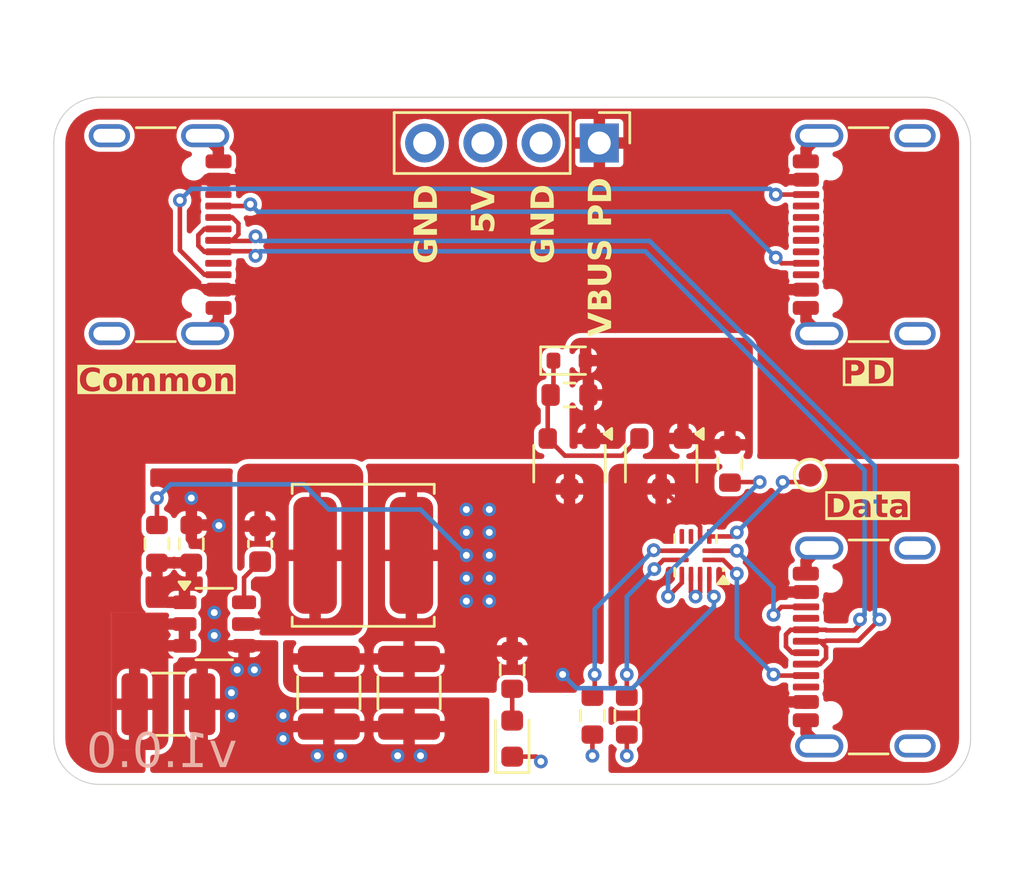
<source format=kicad_pcb>
(kicad_pcb (version 20240108) (generator "pcbnew") (generator_version "8.0")
  (layers (0 "F.Cu" signal) (1 "In1.Cu" signal) (2 "In2.Cu" signal) (31 "B.Cu" signal) (34 "B.Paste" user) (35 "F.Paste" user) (36 "B.SilkS" user "B.Silkscreen") (37 "F.SilkS" user "F.Silkscreen") (38 "B.Mask" user) (39 "F.Mask" user) (44 "Edge.Cuts" user))
  (net 0 "")
  (net 1 "GND")
  (net 2 "+5V")
  (net 3 "Net-(U1-SW)")
  (net 4 "Net-(U1-CB)")
  (net 5 "/VBUS_PD")
  (net 6 "Net-(D1-A)")
  (net 7 "Net-(D2-A)")
  (net 8 "Net-(D2-K)")
  (net 9 "/D-")
  (net 11 "/D+")
  (net 12 "Net-(J1-CC1)")
  (net 13 "Net-(J1-CC2)")
  (net 22 "/Load Switch/Out")
  (net 24 "Net-(J3-CC2)")
  (net 25 "Net-(J3-CC1)")
  (net 26 "Net-(U1-FB)")
  (net 27 "/ID")
  (net 28 "Net-(U2-SCL{slash}OUT2)")
  (net 29 "Net-(U2-SDA{slash}OUT1)")
  (net 30 "Net-(U2-PORT{slash}~{DEBUG})")
  (footprint "Capacitor_SMD:C_0603_1608Metric" (layer "F.Cu") (at 39 39.5 90)
    (property "Reference" "C2" (hide yes))
    (property "Value" "0.1uF")
    (fp_line (start -0.14058 -0.51) (end 0.14058 -0.51) (stroke (width 0.12)) (layer "F.SilkS"))
    (fp_line (start -0.14058 0.51) (end 0.14058 0.51) (stroke (width 0.12)) (layer "F.SilkS"))
    (pad "1" smd roundrect (at -0.775 0 90) (size 0.9 0.95) (layers "F.Cu" "F.Paste" "F.Mask") (net 4 "Net-(U1-CB)"))
    (pad "2" smd roundrect (at 0.775 0 90) (size 0.9 0.95) (layers "F.Cu" "F.Paste" "F.Mask") (net 3 "Net-(U1-SW)"))
  )
  (footprint "Capacitor_SMD:C_1210_3225Metric" (layer "F.Cu") (at 35 46.5)
    (property "Reference" "C3" (hide yes))
    (property "Value" "10uF 100V")
    (fp_line (start -0.711252 -1.36) (end 0.711252 -1.36) (stroke (width 0.12)) (layer "F.SilkS"))
    (fp_line (start -0.711252 1.36) (end 0.711252 1.36) (stroke (width 0.12)) (layer "F.SilkS"))
    (pad "1" smd roundrect (at -1.475 0) (size 1.15 2.7) (layers "F.Cu" "F.Paste" "F.Mask") (roundrect_rratio 0.217391) (net 5 "/VBUS_PD"))
    (pad "2" smd roundrect (at 1.475 0) (size 1.15 2.7) (layers "F.Cu" "F.Paste" "F.Mask") (roundrect_rratio 0.217391) (net 1 "GND"))
  )
  (footprint "Resistor_SMD:R_0603_1608Metric" (layer "F.Cu") (at 59.5 36 -90)
    (property "Reference" "R4" (hide yes))
    (property "Value" "10k")
    (fp_line (start -0.237258 0.5225) (end 0.237258 0.5225) (stroke (width 0.12)) (layer "F.SilkS"))
    (fp_line (start -0.237258 -0.5225) (end 0.237258 -0.5225) (stroke (width 0.12)) (layer "F.SilkS"))
    (pad "1" smd roundrect (at -0.825 0 270) (size 0.8 0.95) (layers "F.Cu" "F.Paste" "F.Mask") (net 7 "Net-(D2-A)"))
    (pad "2" smd roundrect (at 0.825 0 270) (size 0.8 0.95) (layers "F.Cu" "F.Paste" "F.Mask") (net 27 "/ID"))
  )
  (footprint "SOT:SOT-23F" (layer "F.Cu") (at 52.5 36 -90)
    (property "Reference" "Q1" (hide yes))
    (property "Value" "Q_Toshiba_SSM3J328R")
    (fp_line (start 0 1.56) (end -0.8 1.56) (stroke (width 0.12)) (layer "F.SilkS"))
    (fp_line (start 0 1.56) (end 0.8 1.56) (stroke (width 0.12)) (layer "F.SilkS"))
    (fp_line (start 0 -1.56) (end -0.8 -1.56) (stroke (width 0.12)) (layer "F.SilkS"))
    (fp_line (start 0 -1.56) (end 0.8 -1.56) (stroke (width 0.12)) (layer "F.SilkS"))
    (fp_poly (pts (xy -1.3 -1.51) (xy -1.54 -1.84) (xy -1.06 -1.84) (xy -1.3 -1.51)) (stroke (width 0.12)) (fill solid) (layer "F.SilkS"))
    (pad "1" smd roundrect (at -1.1 -0.95 270) (size 0.9 0.8) (layers "F.Cu" "F.Paste" "F.Mask") (net 7 "Net-(D2-A)"))
    (pad "2" smd roundrect (at -1.1 0.95 270) (size 0.9 0.8) (layers "F.Cu" "F.Paste" "F.Mask") (net 8 "Net-(D2-K)"))
    (pad "3" smd roundrect (at 1.1 0 270) (size 0.9 0.8) (layers "F.Cu" "F.Paste" "F.Mask") (net 2 "+5V"))
  )
  (footprint "Connector_USB-C:Amphenol_12402012E212A" (layer "F.Cu") (at 33.5 26 -90)
    (property "Reference" "J1" (hide yes))
    (property "Value" "Amphenol_12402012E212A")
    (fp_line (start -4.67 -0.1) (end -4.67 -1.8) (stroke (width 0.12)) (layer "F.SilkS"))
    (fp_line (start 4.67 -0.1) (end 4.67 -1.8) (stroke (width 0.12)) (layer "F.SilkS"))
    (pad "" np_thru_hole circle (at -2.89 -2.605 270) (size 0.65 0.65) (drill 0.65) (layers "F&B.Cu" "*.Mask"))
    (pad "" np_thru_hole circle (at 2.89 -2.605 270) (size 0.65 0.65) (drill 0.65) (layers "F&B.Cu" "*.Mask"))
    (pad "A1" smd roundrect (at -3.2 -3.69 270) (size 0.6 1.13) (layers "F.Cu" "F.Paste" "F.Mask") (net 1 "GND"))
    (pad "A4" smd roundrect (at -2.4 -3.69 270) (size 0.6 1.13) (layers "F.Cu" "F.Paste" "F.Mask") (net 5 "/VBUS_PD"))
    (pad "A5" smd roundrect (at -1.25 -3.68 270) (size 0.3 1.15) (layers "F.Cu" "F.Paste" "F.Mask") (net 12 "Net-(J1-CC1)"))
    (pad "A6" smd roundrect (at -0.25 -3.68 270) (size 0.3 1.15) (layers "F.Cu" "F.Paste" "F.Mask") (net 11 "/D+"))
    (pad "A7" smd roundrect (at 0.25 -3.68 270) (size 0.3 1.15) (layers "F.Cu" "F.Paste" "F.Mask") (net 9 "/D-"))
    (pad "A8" smd roundrect (at 1.25 -3.68 270) (size 0.3 1.15) (layers "F.Cu" "F.Paste" "F.Mask"))
    (pad "A9" smd roundrect (at 2.4 -3.69 270) (size 0.6 1.13) (layers "F.Cu" "F.Paste" "F.Mask") (net 5 "/VBUS_PD"))
    (pad "A12" smd roundrect (at 3.2 -3.69 270) (size 0.6 1.13) (layers "F.Cu" "F.Paste" "F.Mask") (net 1 "GND"))
    (pad "B1" smd roundrect (at 3.2 -3.69 270) (size 0.6 1.13) (layers "F.Cu" "F.Paste" "F.Mask") (net 1 "GND"))
    (pad "B4" smd roundrect (at 2.4 -3.69 270) (size 0.6 1.13) (layers "F.Cu" "F.Paste" "F.Mask") (net 5 "/VBUS_PD"))
    (pad "B5" smd roundrect (at 1.75 -3.68 270) (size 0.3 1.15) (layers "F.Cu" "F.Paste" "F.Mask") (net 13 "Net-(J1-CC2)"))
    (pad "B6" smd roundrect (at 0.75 -3.68 270) (size 0.3 1.15) (layers "F.Cu" "F.Paste" "F.Mask") (net 11 "/D+"))
    (pad "B7" smd roundrect (at -0.75 -3.68 270) (size 0.3 1.15) (layers "F.Cu" "F.Paste" "F.Mask") (net 9 "/D-"))
    (pad "B8" smd roundrect (at -1.75 -3.68 270) (size 0.3 1.15) (layers "F.Cu" "F.Paste" "F.Mask"))
    (pad "B9" smd roundrect (at -2.4 -3.69 270) (size 0.6 1.13) (layers "F.Cu" "F.Paste" "F.Mask") (net 5 "/VBUS_PD"))
    (pad "B12" smd roundrect (at -3.2 -3.69 270) (size 0.6 1.13) (layers "F.Cu" "F.Paste" "F.Mask") (net 1 "GND"))
    (pad "S1" thru_hole oval (at -4.32 -3.105 270) (size 1 2.1) (drill oval 0.6 1.7) (property pad_prop_heatsink) (layers "*.Cu" "*.Mask" "F.Paste") (net 1 "GND"))
    (pad "S1" thru_hole oval (at -4.32 1.075 270) (size 1 1.8) (drill oval 0.6 1.4) (property pad_prop_heatsink) (layers "*.Cu" "*.Mask" "F.Paste") (net 1 "GND"))
    (pad "S1" thru_hole oval (at 4.32 -3.105 270) (size 1 2.1) (drill oval 0.6 1.7) (property pad_prop_heatsink) (layers "*.Cu" "*.Mask" "F.Paste") (net 1 "GND"))
    (pad "S1" thru_hole oval (at 4.32 1.075 270) (size 1 1.8) (drill oval 0.6 1.4) (property pad_prop_heatsink) (layers "*.Cu" "*.Mask" "F.Paste") (net 1 "GND"))
  )
  (footprint "LED_SMD:LED_0603_1608Metric" (layer "F.Cu") (at 50 48 90)
    (property "Reference" "D1" (hide yes))
    (property "Value" "LED_Small")
    (fp_line (start 0.8 -0.735) (end -1.485 -0.735) (stroke (width 0.12)) (layer "F.SilkS"))
    (fp_line (start -1.485 -0.735) (end -1.485 0.735) (stroke (width 0.12)) (layer "F.SilkS"))
    (fp_line (start -1.485 0.735) (end 0.8 0.735) (stroke (width 0.12)) (layer "F.SilkS"))
    (pad "1" smd roundrect (at -0.7875 0 90) (size 0.875 0.95) (layers "F.Cu" "F.Paste" "F.Mask") (net 1 "GND"))
    (pad "2" smd roundrect (at 0.7875 0 90) (size 0.875 0.95) (layers "F.Cu" "F.Paste" "F.Mask") (net 6 "Net-(D1-A)"))
  )
  (footprint "Resistor_SMD:R_0603_1608Metric" (layer "F.Cu") (at 50 45 -90)
    (property "Reference" "R7" (hide yes))
    (property "Value" "1k")
    (fp_line (start -0.237258 0.5225) (end 0.237258 0.5225) (stroke (width 0.12)) (layer "F.SilkS"))
    (fp_line (start -0.237258 -0.5225) (end 0.237258 -0.5225) (stroke (width 0.12)) (layer "F.SilkS"))
    (pad "1" smd roundrect (at -0.825 0 270) (size 0.8 0.95) (layers "F.Cu" "F.Paste" "F.Mask") (net 2 "+5V"))
    (pad "2" smd roundrect (at 0.825 0 270) (size 0.8 0.95) (layers "F.Cu" "F.Paste" "F.Mask") (net 6 "Net-(D1-A)"))
  )
  (footprint "SOT:SOT-23F" (layer "F.Cu") (at 56.5 36 -90)
    (property "Reference" "Q2" (hide yes))
    (property "Value" "Q_Toshiba_SSM3J328R")
    (fp_line (start 0 1.56) (end -0.8 1.56) (stroke (width 0.12)) (layer "F.SilkS"))
    (fp_line (start 0 1.56) (end 0.8 1.56) (stroke (width 0.12)) (layer "F.SilkS"))
    (fp_line (start 0 -1.56) (end -0.8 -1.56) (stroke (width 0.12)) (layer "F.SilkS"))
    (fp_line (start 0 -1.56) (end 0.8 -1.56) (stroke (width 0.12)) (layer "F.SilkS"))
    (fp_poly (pts (xy -1.3 -1.51) (xy -1.54 -1.84) (xy -1.06 -1.84) (xy -1.3 -1.51)) (stroke (width 0.12)) (fill solid) (layer "F.SilkS"))
    (pad "1" smd roundrect (at -1.1 -0.95 270) (size 0.9 0.8) (layers "F.Cu" "F.Paste" "F.Mask") (net 7 "Net-(D2-A)"))
    (pad "2" smd roundrect (at -1.1 0.95 270) (size 0.9 0.8) (layers "F.Cu" "F.Paste" "F.Mask") (net 8 "Net-(D2-K)"))
    (pad "3" smd roundrect (at 1.1 0 270) (size 0.9 0.8) (layers "F.Cu" "F.Paste" "F.Mask") (net 22 "/Load Switch/Out"))
  )
  (footprint "Resistor_SMD:R_0603_1608Metric" (layer "F.Cu") (at 53.5 47 -90)
    (property "Reference" "R6" (hide yes))
    (property "Value" "10k")
    (fp_line (start -0.237258 0.5225) (end 0.237258 0.5225) (stroke (width 0.12)) (layer "F.SilkS"))
    (fp_line (start -0.237258 -0.5225) (end 0.237258 -0.5225) (stroke (width 0.12)) (layer "F.SilkS"))
    (pad "1" smd roundrect (at -0.825 0 270) (size 0.8 0.95) (layers "F.Cu" "F.Paste" "F.Mask") (net 29 "Net-(U2-SDA{slash}OUT1)"))
    (pad "2" smd roundrect (at 0.825 0 270) (size 0.8 0.95) (layers "F.Cu" "F.Paste" "F.Mask") (net 1 "GND"))
  )
  (footprint "Connector_USB-C:Amphenol_12402012E212A" (layer "F.Cu") (at 66.5 26 90)
    (property "Reference" "J2" (hide yes))
    (property "Value" "Amphenol_12402012E212A")
    (fp_line (start 4.67 -0.1) (end 4.67 -1.8) (stroke (width 0.12)) (layer "F.SilkS"))
    (fp_line (start -4.67 -0.1) (end -4.67 -1.8) (stroke (width 0.12)) (layer "F.SilkS"))
    (pad "" np_thru_hole circle (at -2.89 -2.605 90) (size 0.65 0.65) (drill 0.65) (layers "F&B.Cu" "*.Mask"))
    (pad "" np_thru_hole circle (at 2.89 -2.605 90) (size 0.65 0.65) (drill 0.65) (layers "F&B.Cu" "*.Mask"))
    (pad "A1" smd roundrect (at -3.2 -3.69 90) (size 0.6 1.13) (layers "F.Cu" "F.Paste" "F.Mask") (net 1 "GND"))
    (pad "A4" smd roundrect (at -2.4 -3.69 90) (size 0.6 1.13) (layers "F.Cu" "F.Paste" "F.Mask") (net 5 "/VBUS_PD"))
    (pad "A5" smd roundrect (at -1.25 -3.68 90) (size 0.3 1.15) (layers "F.Cu" "F.Paste" "F.Mask") (net 12 "Net-(J1-CC1)"))
    (pad "A6" smd roundrect (at -0.25 -3.68 90) (size 0.3 1.15) (layers "F.Cu" "F.Paste" "F.Mask"))
    (pad "A7" smd roundrect (at 0.25 -3.68 90) (size 0.3 1.15) (layers "F.Cu" "F.Paste" "F.Mask"))
    (pad "A8" smd roundrect (at 1.25 -3.68 90) (size 0.3 1.15) (layers "F.Cu" "F.Paste" "F.Mask"))
    (pad "A9" smd roundrect (at 2.4 -3.69 90) (size 0.6 1.13) (layers "F.Cu" "F.Paste" "F.Mask") (net 5 "/VBUS_PD"))
    (pad "A12" smd roundrect (at 3.2 -3.69 90) (size 0.6 1.13) (layers "F.Cu" "F.Paste" "F.Mask") (net 1 "GND"))
    (pad "B1" smd roundrect (at 3.2 -3.69 90) (size 0.6 1.13) (layers "F.Cu" "F.Paste" "F.Mask") (net 1 "GND"))
    (pad "B4" smd roundrect (at 2.4 -3.69 90) (size 0.6 1.13) (layers "F.Cu" "F.Paste" "F.Mask") (net 5 "/VBUS_PD"))
    (pad "B5" smd roundrect (at 1.75 -3.68 90) (size 0.3 1.15) (layers "F.Cu" "F.Paste" "F.Mask") (net 13 "Net-(J1-CC2)"))
    (pad "B6" smd roundrect (at 0.75 -3.68 90) (size 0.3 1.15) (layers "F.Cu" "F.Paste" "F.Mask"))
    (pad "B7" smd roundrect (at -0.75 -3.68 90) (size 0.3 1.15) (layers "F.Cu" "F.Paste" "F.Mask"))
    (pad "B8" smd roundrect (at -1.75 -3.68 90) (size 0.3 1.15) (layers "F.Cu" "F.Paste" "F.Mask"))
    (pad "B9" smd roundrect (at -2.4 -3.69 90) (size 0.6 1.13) (layers "F.Cu" "F.Paste" "F.Mask") (net 5 "/VBUS_PD"))
    (pad "B12" smd roundrect (at -3.2 -3.69 90) (size 0.6 1.13) (layers "F.Cu" "F.Paste" "F.Mask") (net 1 "GND"))
    (pad "S1" thru_hole oval (at -4.32 -3.105 90) (size 1 2.1) (drill oval 0.6 1.7) (property pad_prop_heatsink) (layers "*.Cu" "*.Mask" "F.Paste") (net 1 "GND"))
    (pad "S1" thru_hole oval (at -4.32 1.075 90) (size 1 1.8) (drill oval 0.6 1.4) (property pad_prop_heatsink) (layers "*.Cu" "*.Mask" "F.Paste") (net 1 "GND"))
    (pad "S1" thru_hole oval (at 4.32 -3.105 90) (size 1 2.1) (drill oval 0.6 1.7) (property pad_prop_heatsink) (layers "*.Cu" "*.Mask" "F.Paste") (net 1 "GND"))
    (pad "S1" thru_hole oval (at 4.32 1.075 90) (size 1 1.8) (drill oval 0.6 1.4) (property pad_prop_heatsink) (layers "*.Cu" "*.Mask" "F.Paste") (net 1 "GND"))
  )
  (footprint "Capacitor_SMD:C_1210_3225Metric" (layer "F.Cu") (at 42 46 -90)
    (property "Reference" "C1" (hide yes))
    (property "Value" "22uF 16V")
    (fp_line (start -0.711252 1.36) (end 0.711252 1.36) (stroke (width 0.12)) (layer "F.SilkS"))
    (fp_line (start -0.711252 -1.36) (end 0.711252 -1.36) (stroke (width 0.12)) (layer "F.SilkS"))
    (pad "1" smd roundrect (at -1.475 0 270) (size 1.15 2.7) (layers "F.Cu" "F.Paste" "F.Mask") (roundrect_rratio 0.217391) (net 2 "+5V"))
    (pad "2" smd roundrect (at 1.475 0 270) (size 1.15 2.7) (layers "F.Cu" "F.Paste" "F.Mask") (roundrect_rratio 0.217391) (net 1 "GND"))
  )
  (footprint "Resistor_SMD:R_0603_1608Metric" (layer "F.Cu") (at 34.5 39.5 -90)
    (property "Reference" "R1" (hide yes))
    (property "Value" "52.3k")
    (fp_line (start -0.237258 0.5225) (end 0.237258 0.5225) (stroke (width 0.12)) (layer "F.SilkS"))
    (fp_line (start -0.237258 -0.5225) (end 0.237258 -0.5225) (stroke (width 0.12)) (layer "F.SilkS"))
    (pad "1" smd roundrect (at -0.825 0 270) (size 0.8 0.95) (layers "F.Cu" "F.Paste" "F.Mask") (net 2 "+5V"))
    (pad "2" smd roundrect (at 0.825 0 270) (size 0.8 0.95) (layers "F.Cu" "F.Paste" "F.Mask") (net 26 "Net-(U1-FB)"))
  )
  (footprint "SOT:D_SOD-523" (layer "F.Cu") (at 52.5 31.5)
    (property "Reference" "D2" (hide yes))
    (property "Value" "5.1V")
    (fp_line (start -1.26 -0.6) (end -1.26 0.6) (stroke (width 0.12)) (layer "F.SilkS"))
    (fp_line (start 0.7 -0.6) (end -1.26 -0.6) (stroke (width 0.12)) (layer "F.SilkS"))
    (fp_line (start 0.7 0.6) (end -1.26 0.6) (stroke (width 0.12)) (layer "F.SilkS"))
    (pad "1" smd roundrect (at -0.7 0 180) (size 0.6 0.7) (layers "F.Cu" "F.Paste" "F.Mask") (net 8 "Net-(D2-K)"))
    (pad "2" smd roundrect (at 0.7 0 180) (size 0.6 0.7) (layers "F.Cu" "F.Paste" "F.Mask") (net 7 "Net-(D2-A)"))
  )
  (footprint "Resistor_SMD:R_0603_1608Metric" (layer "F.Cu") (at 36 39.5 90)
    (property "Reference" "R2" (hide yes))
    (property "Value" "10k")
    (fp_line (start -0.237258 -0.5225) (end 0.237258 -0.5225) (stroke (width 0.12)) (layer "F.SilkS"))
    (fp_line (start -0.237258 0.5225) (end 0.237258 0.5225) (stroke (width 0.12)) (layer "F.SilkS"))
    (pad "1" smd roundrect (at -0.825 0 90) (size 0.8 0.95) (layers "F.Cu" "F.Paste" "F.Mask") (net 26 "Net-(U1-FB)"))
    (pad "2" smd roundrect (at 0.825 0 90) (size 0.8 0.95) (layers "F.Cu" "F.Paste" "F.Mask") (net 1 "GND"))
  )
  (footprint "QFN:Texas_X2QFN-12_1.6x1.6mm_P0.4mm" (layer "F.Cu") (at 58 40 180)
    (property "Reference" "U2" (hide yes))
    (property "Value" "FUSB303BTMX")
    (fp_line (start 0.91 0.91) (end 0.91 0.56) (stroke (width 0.12)) (layer "F.SilkS"))
    (fp_line (start 0.91 -0.91) (end 0.91 -0.56) (stroke (width 0.12)) (layer "F.SilkS"))
    (fp_line (start -0.91 0.91) (end -0.91 0.56) (stroke (width 0.12)) (layer "F.SilkS"))
    (fp_line (start -1.21 -0.56) (end -1.21 -0.67) (stroke (width 0.12)) (layer "F.SilkS"))
    (fp_poly (pts (xy -1.21 -0.91) (xy -1.45 -1.24) (xy -0.97 -1.24) (xy -1.21 -0.91)) (stroke (width 0.12)) (fill solid) (layer "F.SilkS"))
    (pad "1" smd roundrect (at -0.725 -0.2 180) (size 0.85 0.2) (layers "F.Cu" "F.Paste" "F.Mask") (net 25 "Net-(J3-CC1)"))
    (pad "2" smd roundrect (at -0.725 0.2 180) (size 0.85 0.2) (layers "F.Cu" "F.Paste" "F.Mask") (net 24 "Net-(J3-CC2)"))
    (pad "3" smd roundrect (at -0.6 0.825 180) (size 0.2 0.65) (layers "F.Cu" "F.Paste" "F.Mask") (net 30 "Net-(U2-PORT{slash}~{DEBUG})"))
    (pad "4" smd roundrect (at -0.2 0.825 180) (size 0.2 0.65) (layers "F.Cu" "F.Paste" "F.Mask") (net 22 "/Load Switch/Out"))
    (pad "5" smd roundrect (at 0.2 0.825 180) (size 0.2 0.65) (layers "F.Cu" "F.Paste" "F.Mask"))
    (pad "6" smd roundrect (at 0.6 0.825 180) (size 0.2 0.65) (layers "F.Cu" "F.Paste" "F.Mask"))
    (pad "7" smd roundrect (at 0.725 0.2 180) (size 0.85 0.2) (layers "F.Cu" "F.Paste" "F.Mask") (net 29 "Net-(U2-SDA{slash}OUT1)"))
    (pad "8" smd roundrect (at 0.725 -0.2 180) (size 0.85 0.2) (layers "F.Cu" "F.Paste" "F.Mask") (net 28 "Net-(U2-SCL{slash}OUT2)"))
    (pad "9" smd roundrect (at 0.6 -0.825 180) (size 0.2 0.65) (layers "F.Cu" "F.Paste" "F.Mask") (net 27 "/ID"))
    (pad "10" smd roundrect (at 0.2 -0.825 180) (size 0.2 0.65) (layers "F.Cu" "F.Paste" "F.Mask") (net 1 "GND"))
    (pad "11" smd roundrect (at -0.2 -0.825 180) (size 0.2 0.65) (layers "F.Cu" "F.Paste" "F.Mask") (net 1 "GND"))
    (pad "12" smd roundrect (at -0.6 -0.825 180) (size 0.2 0.65) (layers "F.Cu" "F.Paste" "F.Mask") (net 2 "+5V"))
  )
  (footprint "TestPoint:TestPoint_Pad_D1.0mm" (layer "F.Cu") (at 63 36.5)
    (property "Reference" "TP1" (hide yes))
    (property "Value" "TestPoint")
    (fp_circle (center 0 0) (end 0 0.7) (stroke (width 0.12)) (fill none) (layer "F.SilkS"))
    (pad "1" smd circle (at 0 0) (size 1 1) (layers "F.Cu" "F.Mask") (net 30 "Net-(U2-PORT{slash}~{DEBUG})"))
  )
  (footprint "Resistor_SMD:R_0603_1608Metric" (layer "F.Cu") (at 55 47 -90)
    (property "Reference" "R5" (hide yes))
    (property "Value" "10k")
    (fp_line (start -0.237258 0.5225) (end 0.237258 0.5225) (stroke (width 0.12)) (layer "F.SilkS"))
    (fp_line (start -0.237258 -0.5225) (end 0.237258 -0.5225) (stroke (width 0.12)) (layer "F.SilkS"))
    (pad "1" smd roundrect (at -0.825 0 270) (size 0.8 0.95) (layers "F.Cu" "F.Paste" "F.Mask") (net 28 "Net-(U2-SCL{slash}OUT2)"))
    (pad "2" smd roundrect (at 0.825 0 270) (size 0.8 0.95) (layers "F.Cu" "F.Paste" "F.Mask") (net 1 "GND"))
  )
  (footprint "Capacitor_SMD:C_1210_3225Metric" (layer "F.Cu") (at 45.5 46 -90)
    (property "Reference" "C4" (hide yes))
    (property "Value" "22uF 16V")
    (fp_line (start -0.711252 1.36) (end 0.711252 1.36) (stroke (width 0.12)) (layer "F.SilkS"))
    (fp_line (start -0.711252 -1.36) (end 0.711252 -1.36) (stroke (width 0.12)) (layer "F.SilkS"))
    (pad "1" smd roundrect (at -1.475 0 270) (size 1.15 2.7) (layers "F.Cu" "F.Paste" "F.Mask") (roundrect_rratio 0.217391) (net 2 "+5V"))
    (pad "2" smd roundrect (at 1.475 0 270) (size 1.15 2.7) (layers "F.Cu" "F.Paste" "F.Mask") (roundrect_rratio 0.217391) (net 1 "GND"))
  )
  (footprint "Resistor_SMD:R_0603_1608Metric" (layer "F.Cu") (at 52.5 33)
    (property "Reference" "R3" (hide yes))
    (property "Value" "100k")
    (fp_line (start -0.237258 -0.5225) (end 0.237258 -0.5225) (stroke (width 0.12)) (layer "F.SilkS"))
    (fp_line (start -0.237258 0.5225) (end 0.237258 0.5225) (stroke (width 0.12)) (layer "F.SilkS"))
    (pad "1" smd roundrect (at -0.825 0) (size 0.8 0.95) (layers "F.Cu" "F.Paste" "F.Mask") (net 8 "Net-(D2-K)"))
    (pad "2" smd roundrect (at 0.825 0) (size 0.8 0.95) (layers "F.Cu" "F.Paste" "F.Mask") (net 7 "Net-(D2-A)"))
  )
  (footprint "Connector_USB-C:Amphenol_12402012E212A" (layer "F.Cu") (at 66.5 44 90)
    (property "Reference" "J3" (hide yes))
    (property "Value" "Amphenol_12402012E212A")
    (fp_line (start 4.67 -0.1) (end 4.67 -1.8) (stroke (width 0.12)) (layer "F.SilkS"))
    (fp_line (start -4.67 -0.1) (end -4.67 -1.8) (stroke (width 0.12)) (layer "F.SilkS"))
    (pad "" np_thru_hole circle (at -2.89 -2.605 90) (size 0.65 0.65) (drill 0.65) (layers "F&B.Cu" "*.Mask"))
    (pad "" np_thru_hole circle (at 2.89 -2.605 90) (size 0.65 0.65) (drill 0.65) (layers "F&B.Cu" "*.Mask"))
    (pad "A1" smd roundrect (at -3.2 -3.69 90) (size 0.6 1.13) (layers "F.Cu" "F.Paste" "F.Mask") (net 1 "GND"))
    (pad "A4" smd roundrect (at -2.4 -3.69 90) (size 0.6 1.13) (layers "F.Cu" "F.Paste" "F.Mask") (net 22 "/Load Switch/Out"))
    (pad "A5" smd roundrect (at -1.25 -3.68 90) (size 0.3 1.15) (layers "F.Cu" "F.Paste" "F.Mask") (net 25 "Net-(J3-CC1)"))
    (pad "A6" smd roundrect (at -0.25 -3.68 90) (size 0.3 1.15) (layers "F.Cu" "F.Paste" "F.Mask") (net 11 "/D+"))
    (pad "A7" smd roundrect (at 0.25 -3.68 90) (size 0.3 1.15) (layers "F.Cu" "F.Paste" "F.Mask") (net 9 "/D-"))
    (pad "A8" smd roundrect (at 1.25 -3.68 90) (size 0.3 1.15) (layers "F.Cu" "F.Paste" "F.Mask"))
    (pad "A9" smd roundrect (at 2.4 -3.69 90) (size 0.6 1.13) (layers "F.Cu" "F.Paste" "F.Mask") (net 22 "/Load Switch/Out"))
    (pad "A12" smd roundrect (at 3.2 -3.69 90) (size 0.6 1.13) (layers "F.Cu" "F.Paste" "F.Mask") (net 1 "GND"))
    (pad "B1" smd roundrect (at 3.2 -3.69 90) (size 0.6 1.13) (layers "F.Cu" "F.Paste" "F.Mask") (net 1 "GND"))
    (pad "B4" smd roundrect (at 2.4 -3.69 90) (size 0.6 1.13) (layers "F.Cu" "F.Paste" "F.Mask") (net 22 "/Load Switch/Out"))
    (pad "B5" smd roundrect (at 1.75 -3.68 90) (size 0.3 1.15) (layers "F.Cu" "F.Paste" "F.Mask") (net 24 "Net-(J3-CC2)"))
    (pad "B6" smd roundrect (at 0.75 -3.68 90) (size 0.3 1.15) (layers "F.Cu" "F.Paste" "F.Mask") (net 11 "/D+"))
    (pad "B7" smd roundrect (at -0.75 -3.68 90) (size 0.3 1.15) (layers "F.Cu" "F.Paste" "F.Mask") (net 9 "/D-"))
    (pad "B8" smd roundrect (at -1.75 -3.68 90) (size 0.3 1.15) (layers "F.Cu" "F.Paste" "F.Mask"))
    (pad "B9" smd roundrect (at -2.4 -3.69 90) (size 0.6 1.13) (layers "F.Cu" "F.Paste" "F.Mask") (net 22 "/Load Switch/Out"))
    (pad "B12" smd roundrect (at -3.2 -3.69 90) (size 0.6 1.13) (layers "F.Cu" "F.Paste" "F.Mask") (net 1 "GND"))
    (pad "S1" thru_hole oval (at -4.32 -3.105 90) (size 1 2.1) (drill oval 0.6 1.7) (property pad_prop_heatsink) (layers "*.Cu" "*.Mask" "F.Paste") (net 1 "GND"))
    (pad "S1" thru_hole oval (at -4.32 1.075 90) (size 1 1.8) (drill oval 0.6 1.4) (property pad_prop_heatsink) (layers "*.Cu" "*.Mask" "F.Paste") (net 1 "GND"))
    (pad "S1" thru_hole oval (at 4.32 -3.105 90) (size 1 2.1) (drill oval 0.6 1.7) (property pad_prop_heatsink) (layers "*.Cu" "*.Mask" "F.Paste") (net 1 "GND"))
    (pad "S1" thru_hole oval (at 4.32 1.075 90) (size 1 1.8) (drill oval 0.6 1.4) (property pad_prop_heatsink) (layers "*.Cu" "*.Mask" "F.Paste") (net 1 "GND"))
  )
  (footprint "Connector_PinHeader_2.54mm:PinHeader_1x04_P2.54mm_Vertical" (layer "F.Cu") (at 53.8 22 -90)
    (property "Reference" "J4" (hide yes))
    (property "Value" "Conn_01x04_Pin")
    (fp_line (start -1.33 8.95) (end 1.33 8.95) (stroke (width 0.12)) (layer "F.SilkS"))
    (fp_line (start -1.33 1.27) (end -1.33 8.95) (stroke (width 0.12)) (layer "F.SilkS"))
    (fp_line (start -1.33 1.27) (end 1.33 1.27) (stroke (width 0.12)) (layer "F.SilkS"))
    (fp_line (start 1.33 1.27) (end 1.33 8.95) (stroke (width 0.12)) (layer "F.SilkS"))
    (fp_line (start -1.33 0) (end -1.33 -1.33) (stroke (width 0.12)) (layer "F.SilkS"))
    (fp_line (start -1.33 -1.33) (end 0 -1.33) (stroke (width 0.12)) (layer "F.SilkS"))
    (pad "1" thru_hole rect (at 0 0 270) (size 1.7 1.7) (drill 1) (layers "*.Cu" "*.Mask") (net 5 "/VBUS_PD"))
    (pad "2" thru_hole oval (at 0 2.54 270) (size 1.7 1.7) (drill 1) (layers "*.Cu" "*.Mask") (net 1 "GND"))
    (pad "3" thru_hole oval (at 0 5.08 270) (size 1.7 1.7) (drill 1) (layers "*.Cu" "*.Mask") (net 2 "+5V"))
    (pad "4" thru_hole oval (at 0 7.62 270) (size 1.7 1.7) (drill 1) (layers "*.Cu" "*.Mask") (net 1 "GND"))
  )
  (footprint "SOT:TSOT-23-6" (layer "F.Cu") (at 37 43)
    (property "Reference" "U1" (hide yes))
    (property "Value" "LMR516x5")
    (fp_line (start 0 -1.56) (end -0.8 -1.56) (stroke (width 0.12)) (layer "F.SilkS"))
    (fp_line (start 0 -1.56) (end 0.8 -1.56) (stroke (width 0.12)) (layer "F.SilkS"))
    (fp_line (start 0 1.56) (end -0.8 1.56) (stroke (width 0.12)) (layer "F.SilkS"))
    (fp_line (start 0 1.56) (end 0.8 1.56) (stroke (width 0.12)) (layer "F.SilkS"))
    (fp_poly (pts (xy -1.3 -1.51) (xy -1.54 -1.84) (xy -1.06 -1.84) (xy -1.3 -1.51)) (stroke (width 0.12)) (fill solid) (layer "F.SilkS"))
    (pad "1" smd roundrect (at -1.3 -0.95) (size 1.05 0.6) (layers "F.Cu" "F.Paste" "F.Mask") (net 26 "Net-(U1-FB)"))
    (pad "2" smd roundrect (at -1.3 0) (size 1.05 0.6) (layers "F.Cu" "F.Paste" "F.Mask") (net 5 "/VBUS_PD"))
    (pad "3" smd roundrect (at -1.3 0.95) (size 1.05 0.6) (layers "F.Cu" "F.Paste" "F.Mask") (net 5 "/VBUS_PD"))
    (pad "4" smd roundrect (at 1.3 0.95) (size 1.05 0.6) (layers "F.Cu" "F.Paste" "F.Mask") (net 1 "GND"))
    (pad "5" smd roundrect (at 1.3 0) (size 1.05 0.6) (layers "F.Cu" "F.Paste" "F.Mask") (net 3 "Net-(U1-SW)"))
    (pad "6" smd roundrect (at 1.3 -0.95) (size 1.05 0.6) (layers "F.Cu" "F.Paste" "F.Mask") (net 4 "Net-(U1-CB)"))
  )
  (footprint "Inductor:L_TDK_VLS6045EX_VLS6045AF" (layer "F.Cu") (at 43.5 40)
    (property "Reference" "L1" (hide yes))
    (property "Value" "6.8uH")
    (fp_line (start -3.1 -3.1) (end -3.1 -2.7) (stroke (width 0.12)) (layer "F.SilkS"))
    (fp_line (start -3.1 -3.1) (end 3.1 -3.1) (stroke (width 0.12)) (layer "F.SilkS"))
    (fp_line (start -3.1 3.1) (end -3.1 2.7) (stroke (width 0.12)) (layer "F.SilkS"))
    (fp_line (start -3.1 3.1) (end 3.1 3.1) (stroke (width 0.12)) (layer "F.SilkS"))
    (fp_line (start 3.1 -3.1) (end 3.1 -2.7) (stroke (width 0.12)) (layer "F.SilkS"))
    (fp_line (start 3.1 3.1) (end 3.1 2.7) (stroke (width 0.12)) (layer "F.SilkS"))
    (pad "1" smd roundrect (at -2.1 0) (size 1.9 5.1) (layers "F.Cu" "F.Paste" "F.Mask") (net 3 "Net-(U1-SW)"))
    (pad "2" smd roundrect (at 2.1 0) (size 1.9 5.1) (layers "F.Cu" "F.Paste" "F.Mask") (net 2 "+5V"))
  )
  (gr_arc (start 70 48) (mid 69.414214 49.414214) (end 68 50) (stroke (width 0.05)) (layer "Edge.Cuts"))
  (gr_line (start 70 48) (end 70 22) (stroke (width 0.05)) (layer "Edge.Cuts"))
  (gr_arc (start 68 20) (mid 69.414214 20.585786) (end 70 22) (stroke (width 0.05)) (layer "Edge.Cuts"))
  (gr_line (start 32 50) (end 68 50) (stroke (width 0.05)) (layer "Edge.Cuts"))
  (gr_arc (start 32 50) (mid 30.585786 49.414214) (end 30 48) (stroke (width 0.05)) (layer "Edge.Cuts"))
  (gr_line (start 68 20) (end 32 20) (stroke (width 0.05)) (layer "Edge.Cuts"))
  (gr_arc (start 30 22) (mid 30.585786 20.585786) (end 32 20) (stroke (width 0.05)) (layer "Edge.Cuts"))
  (gr_line (start 30 22) (end 30 48) (stroke (width 0.05)) (layer "Edge.Cuts"))
  (gr_text "v1.0.0" (at 38 49.5 0) (layer "B.SilkS") (effects (font (size 1.5 1.5) (thickness 0.1)) (justify left bottom mirror)))
  (gr_text "PD" (at 65.5 31.5 0) (layer "F.SilkS" knockout) (effects (font (size 1 1) (thickness 0.2) (bold yes)) (justify top)))
  (gr_text "GND" (at 51.4 23.8 90) (layer "F.SilkS") (effects (font (size 1 1) (thickness 0.2) (bold yes)) (justify right)))
  (gr_text "5V" (at 48.8 23.9 90) (layer "F.SilkS") (effects (font (size 1 1) (thickness 0.2) (bold yes)) (justify right)))
  (gr_text "Common" (at 34.5 33 0) (layer "F.SilkS" knockout) (effects (font (size 1 1) (thickness 0.2) (bold yes)) (justify bottom)))
  (gr_text "Data" (at 65.5 38.5 0) (layer "F.SilkS" knockout) (effects (font (size 1 1) (thickness 0.2) (bold yes)) (justify bottom)))
  (gr_text "VBUS PD" (at 53.9 23.5 90) (layer "F.SilkS") (effects (font (size 1 1) (thickness 0.2) (bold yes)) (justify right)))
  (gr_text "GND" (at 46.3 23.8 90) (layer "F.SilkS") (effects (font (size 1 1) (thickness 0.2) (bold yes)) (justify right)))
  (segment (start 58.2 41.6) (end 58.2 40.825) (width 0.2) (layer "F.Cu") (net 1))
  (segment (start 62.82 47.2) (end 62.82 47.745) (width 0.5) (layer "F.Cu") (net 1))
  (segment (start 37.18 29.2) (end 37.18 29.745) (width 0.5) (layer "F.Cu") (net 1))
  (segment (start 53.5 47.825) (end 53.5 48.75) (width 0.2) (layer "F.Cu") (net 1))
  (segment (start 62.82 22.255) (end 63.395 21.68) (width 0.5) (layer "F.Cu") (net 1))
  (segment (start 62.82 40.8) (end 62.82 40.255) (width 0.5) (layer "F.Cu") (net 1))
  (segment (start 62.82 29.2) (end 62.82 29.745) (width 0.5) (layer "F.Cu") (net 1))
  (segment (start 62.82 29.745) (end 63.395 30.32) (width 0.5) (layer "F.Cu") (net 1))
  (segment (start 62.82 40.255) (end 63.395 39.68) (width 0.5) (layer "F.Cu") (net 1))
  (segment (start 58 41.8) (end 57.8 41.6) (width 0.2) (layer "F.Cu") (net 1))
  (segment (start 37.18 22.255) (end 36.605 21.68) (width 0.5) (layer "F.Cu") (net 1))
  (segment (start 37.18 22.8) (end 37.18 22.255) (width 0.5) (layer "F.Cu") (net 1))
  (segment (start 62.82 22.8) (end 62.82 22.255) (width 0.5) (layer "F.Cu") (net 1))
  (segment (start 57.8 41.6) (end 57.8 40.825) (width 0.2) (layer "F.Cu") (net 1))
  (segment (start 50 48.7875) (end 51.0375 48.7875) (width 0.2) (layer "F.Cu") (net 1))
  (segment (start 58 41.8) (end 58.2 41.6) (width 0.2) (layer "F.Cu") (net 1))
  (segment (start 51.0375 48.7875) (end 51.25 49) (width 0.2) (layer "F.Cu") (net 1))
  (segment (start 62.82 47.745) (end 63.395 48.32) (width 0.5) (layer "F.Cu") (net 1))
  (segment (start 37.18 29.745) (end 36.605 30.32) (width 0.5) (layer "F.Cu") (net 1))
  (segment (start 55 47.825) (end 55 48.75) (width 0.2) (layer "F.Cu") (net 1))
  (via (at 40 47) (size 0.6) (drill 0.3) (layers "F.Cu" "B.Cu") (net 1))
  (via (at 58 41.8) (size 0.6) (drill 0.3) (layers "F.Cu" "B.Cu") (net 1))
  (via (at 37 42.5) (size 0.6) (drill 0.3) (layers "F.Cu" "B.Cu") (net 1))
  (via (at 45 48.75) (size 0.6) (drill 0.3) (layers "F.Cu" "B.Cu") (net 1))
  (via (at 37.2 38.7) (size 0.6) (drill 0.3) (layers "F.Cu" "B.Cu") (net 1))
  (via (at 51.25 49) (size 0.6) (drill 0.3) (layers "F.Cu" "B.Cu") (net 1))
  (via (at 37 43.5) (size 0.6) (drill 0.3) (layers "F.Cu" "B.Cu") (net 1))
  (via (at 55 48.75) (size 0.6) (drill 0.3) (layers "F.Cu" "B.Cu") (net 1))
  (via (at 36 37.5) (size 0.6) (drill 0.3) (layers "F.Cu" "B.Cu") (net 1))
  (via (at 42.5 48.75) (size 0.6) (drill 0.3) (layers "F.Cu" "B.Cu") (net 1))
  (via (at 37.75 47) (size 0.6) (drill 0.3) (layers "F.Cu" "B.Cu") (net 1))
  (via (at 38 45) (size 0.6) (drill 0.3) (layers "F.Cu" "B.Cu") (net 1))
  (via (at 40 48) (size 0.6) (drill 0.3) (layers "F.Cu" "B.Cu") (net 1))
  (via (at 53.5 48.75) (size 0.6) (drill 0.3) (layers "F.Cu" "B.Cu") (net 1))
  (via (at 37.75 46) (size 0.6) (drill 0.3) (layers "F.Cu" "B.Cu") (net 1))
  (via (at 41.5 48.75) (size 0.6) (drill 0.3) (layers "F.Cu" "B.Cu") (net 1))
  (via (at 38.75 45) (size 0.6) (drill 0.3) (layers "F.Cu" "B.Cu") (net 1))
  (via (at 46 48.75) (size 0.6) (drill 0.3) (layers "F.Cu" "B.Cu") (net 1))
  (segment (start 34.5 38.675) (end 34.5 37.5) (width 0.2) (layer "F.Cu") (net 2))
  (segment (start 58.6 41.6) (end 58.8 41.8) (width 0.2) (layer "F.Cu") (net 2))
  (segment (start 58.6 40.825) (end 58.6 41.6) (width 0.2) (layer "F.Cu") (net 2))
  (via (at 48 38) (size 0.6) (drill 0.3) (layers "F.Cu" "B.Cu") (net 2))
  (via (at 34.5 37.5) (size 0.6) (drill 0.3) (layers "F.Cu" "B.Cu") (net 2))
  (via (at 48 39) (size 0.6) (drill 0.3) (layers "F.Cu" "B.Cu") (net 2))
  (via (at 49 40) (size 0.6) (drill 0.3) (layers "F.Cu" "B.Cu") (net 2))
  (via (at 49 38) (size 0.6) (drill 0.3) (layers "F.Cu" "B.Cu") (net 2))
  (via (at 49 39) (size 0.6) (drill 0.3) (layers "F.Cu" "B.Cu") (net 2))
  (via (at 48 42) (size 0.6) (drill 0.3) (layers "F.Cu" "B.Cu") (net 2))
  (via (at 49 42) (size 0.6) (drill 0.3) (layers "F.Cu" "B.Cu") (net 2))
  (via (at 48 41) (size 0.6) (drill 0.3) (layers "F.Cu" "B.Cu") (net 2))
  (via (at 58.8 41.8) (size 0.6) (drill 0.3) (layers "F.Cu" "B.Cu") (net 2))
  (via (at 49 41) (size 0.6) (drill 0.3) (layers "F.Cu" "B.Cu") (net 2))
  (via (at 52.2 45.2) (size 0.6) (drill 0.3) (layers "F.Cu" "B.Cu") (net 2))
  (via (at 48 40) (size 0.6) (drill 0.3) (layers "F.Cu" "B.Cu") (net 2))
  (segment (start 46 38) (end 48 40) (width 0.2) (layer "B.Cu") (net 2))
  (segment (start 52.8 45.8) (end 52.2 45.2) (width 0.2) (layer "B.Cu") (net 2))
  (segment (start 40.9 36.9) (end 42 38) (width 0.2) (layer "B.Cu") (net 2))
  (segment (start 35.1 36.9) (end 40.9 36.9) (width 0.2) (layer "B.Cu") (net 2))
  (segment (start 34.5 37.5) (end 35.1 36.9) (width 0.2) (layer "B.Cu") (net 2))
  (segment (start 42 38) (end 46 38) (width 0.2) (layer "B.Cu") (net 2))
  (segment (start 58.8 42.248529) (end 55.248529 45.8) (width 0.2) (layer "B.Cu") (net 2))
  (segment (start 58.8 41.8) (end 58.8 42.248529) (width 0.2) (layer "B.Cu") (net 2))
  (segment (start 55.248529 45.8) (end 52.8 45.8) (width 0.2) (layer "B.Cu") (net 2))
  (segment (start 38.3 42.05) (end 38.3 40.975) (width 0.2) (layer "F.Cu") (net 4))
  (segment (start 38.3 40.975) (end 39 40.275) (width 0.2) (layer "F.Cu") (net 4))
  (segment (start 50 45.825) (end 50 47.2125) (width 0.2) (layer "F.Cu") (net 6))
  (segment (start 54.8 35.65) (end 55.55 34.9) (width 0.2) (layer "F.Cu") (net 8))
  (segment (start 51.675 33) (end 51.8 32.875) (width 0.2) (layer "F.Cu") (net 8))
  (segment (start 52.3 35.65) (end 54.8 35.65) (width 0.2) (layer "F.Cu") (net 8))
  (segment (start 51.55 34.9) (end 51.55 33.125) (width 0.2) (layer "F.Cu") (net 8))
  (segment (start 51.55 33.125) (end 51.675 33) (width 0.2) (layer "F.Cu") (net 8))
  (segment (start 51.8 32.875) (end 51.8 31.5) (width 0.2) (layer "F.Cu") (net 8))
  (segment (start 51.55 34.9) (end 52.3 35.65) (width 0.2) (layer "F.Cu") (net 8))
  (segment (start 38.055 25.51759) (end 37.78741 25.25) (width 0.2) (layer "F.Cu") (net 9))
  (segment (start 37.204999 26.274999) (end 38.600001 26.274999) (width 0.2) (layer "F.Cu") (net 9))
  (segment (start 66.025 42.8) (end 65.1 43.725) (width 0.2) (layer "F.Cu") (net 9))
  (segment (start 63.42741 43.75) (end 62.82 43.75) (width 0.2) (layer "F.Cu") (net 9))
  (segment (start 37.18 26.25) (end 37.204999 26.274999) (width 0.2) (layer "F.Cu") (net 9))
  (segment (start 62.82 44.75) (end 63.42741 44.75) (width 0.2) (layer "F.Cu") (net 9))
  (segment (start 63.695 44.01759) (end 63.42741 43.75) (width 0.2) (layer "F.Cu") (net 9))
  (segment (start 63.695 44.48241) (end 63.695 44.01759) (width 0.2) (layer "F.Cu") (net 9))
  (segment (start 37.78741 25.25) (end 37.18 25.25) (width 0.2) (layer "F.Cu") (net 9))
  (segment (start 38.600001 26.274999) (end 38.8 26.075) (width 0.2) (layer "F.Cu") (net 9))
  (segment (start 37.78741 26.25) (end 38.055 25.98241) (width 0.2) (layer "F.Cu") (net 9))
  (segment (start 37.18 26.25) (end 37.78741 26.25) (width 0.2) (layer "F.Cu") (net 9))
  (segment (start 63.682501 43.75) (end 62.82 43.75) (width 0.2) (layer "F.Cu") (net 9))
  (segment (start 65.1 43.725) (end 63.707501 43.725) (width 0.2) (layer "F.Cu") (net 9))
  (segment (start 38.055 25.98241) (end 38.055 25.51759) (width 0.2) (layer "F.Cu") (net 9))
  (segment (start 63.42741 44.75) (end 63.695 44.48241) (width 0.2) (layer "F.Cu") (net 9))
  (segment (start 63.707501 43.725) (end 63.682501 43.75) (width 0.2) (layer "F.Cu") (net 9))
  (via (at 66.025 42.8) (size 0.6) (drill 0.3) (layers "F.Cu" "B.Cu") (net 9))
  (via (at 38.8 26.075) (size 0.6) (drill 0.3) (layers "F.Cu" "B.Cu") (net 9))
  (segment (start 38.999999 26.274999) (end 55.993199 26.274999) (width 0.2) (layer "B.Cu") (net 9))
  (segment (start 55.993199 26.274999) (end 65.825001 36.106801) (width 0.2) (layer "B.Cu") (net 9))
  (segment (start 38.8 26.075) (end 38.999999 26.274999) (width 0.2) (layer "B.Cu") (net 9))
  (segment (start 65.825001 42.600001) (end 66.025 42.8) (width 0.2) (layer "B.Cu") (net 9))
  (segment (start 65.825001 36.106801) (end 65.825001 42.600001) (width 0.2) (layer "B.Cu") (net 9))
  (segment (start 37.18 25.75) (end 36.57259 25.75) (width 0.2) (layer "F.Cu") (net 11))
  (segment (start 37.204999 26.725001) (end 38.600001 26.725001) (width 0.2) (layer "F.Cu") (net 11))
  (segment (start 62.21259 44.25) (end 61.945 43.98241) (width 0.2) (layer "F.Cu") (net 11))
  (segment (start 61.945 43.455) (end 62.15 43.25) (width 0.2) (layer "F.Cu") (net 11))
  (segment (start 63.682501 43.25) (end 62.82 43.25) (width 0.2) (layer "F.Cu") (net 11))
  (segment (start 38.600001 26.725001) (end 38.8 26.925) (width 0.2) (layer "F.Cu") (net 11))
  (segment (start 36.57259 25.75) (end 36.305 26.01759) (width 0.2) (layer "F.Cu") (net 11))
  (segment (start 37.18 26.75) (end 37.204999 26.725001) (width 0.2) (layer "F.Cu") (net 11))
  (segment (start 62.15 43.25) (end 62.82 43.25) (width 0.2) (layer "F.Cu") (net 11))
  (segment (start 36.57259 26.75) (end 37.18 26.75) (width 0.2) (layer "F.Cu") (net 11))
  (segment (start 65.175 43.013603) (end 64.913603 43.275) (width 0.2) (layer "F.Cu") (net 11))
  (segment (start 36.305 26.01759) (end 36.305 26.48241) (width 0.2) (layer "F.Cu") (net 11))
  (segment (start 61.945 43.98241) (end 61.945 43.455) (width 0.2) (layer "F.Cu") (net 11))
  (segment (start 64.913603 43.275) (end 63.707501 43.275) (width 0.2) (layer "F.Cu") (net 11))
  (segment (start 65.175 42.8) (end 65.175 43.013603) (width 0.2) (layer "F.Cu") (net 11))
  (segment (start 36.305 26.48241) (end 36.57259 26.75) (width 0.2) (layer "F.Cu") (net 11))
  (segment (start 62.82 44.25) (end 62.21259 44.25) (width 0.2) (layer "F.Cu") (net 11))
  (segment (start 63.707501 43.275) (end 63.682501 43.25) (width 0.2) (layer "F.Cu") (net 11))
  (via (at 65.175 42.8) (size 0.6) (drill 0.3) (layers "F.Cu" "B.Cu") (net 11))
  (via (at 38.8 26.925) (size 0.6) (drill 0.3) (layers "F.Cu" "B.Cu") (net 11))
  (segment (start 38.999999 26.725001) (end 55.806801 26.725001) (width 0.2) (layer "B.Cu") (net 11))
  (segment (start 55.806801 26.725001) (end 65.374999 36.293199) (width 0.2) (layer "B.Cu") (net 11))
  (segment (start 38.8 26.925) (end 38.999999 26.725001) (width 0.2) (layer "B.Cu") (net 11))
  (segment (start 65.374999 42.600001) (end 65.175 42.8) (width 0.2) (layer "B.Cu") (net 11))
  (segment (start 65.374999 36.293199) (end 65.374999 42.600001) (width 0.2) (layer "B.Cu") (net 11))
  (segment (start 61.5 27) (end 61.75 27.25) (width 0.2) (layer "F.Cu") (net 12))
  (segment (start 61.75 27.25) (end 62.82 27.25) (width 0.2) (layer "F.Cu") (net 12))
  (segment (start 38.498818 24.75) (end 38.573818 24.675) (width 0.2) (layer "F.Cu") (net 12))
  (segment (start 37.18 24.75) (end 38.498818 24.75) (width 0.2) (layer "F.Cu") (net 12))
  (via (at 61.5 27) (size 0.6) (drill 0.3) (layers "F.Cu" "B.Cu") (net 12))
  (via (at 38.573818 24.675) (size 0.6) (drill 0.3) (layers "F.Cu" "B.Cu") (net 12))
  (segment (start 59.5 25) (end 61.5 27) (width 0.2) (layer "B.Cu") (net 12))
  (segment (start 38.898818 25) (end 59.5 25) (width 0.2) (layer "B.Cu") (net 12))
  (segment (start 38.573818 24.675) (end 38.898818 25) (width 0.2) (layer "B.Cu") (net 12))
  (segment (start 35.5 26.67741) (end 36.57259 27.75) (width 0.2) (layer "F.Cu") (net 13))
  (segment (start 35.5 24.5) (end 35.5 26.67741) (width 0.2) (layer "F.Cu") (net 13))
  (segment (start 61.5 24.25) (end 62.82 24.25) (width 0.2) (layer "F.Cu") (net 13))
  (segment (start 36.57259 27.75) (end 37.18 27.75) (width 0.2) (layer "F.Cu") (net 13))
  (via (at 61.5 24.25) (size 0.6) (drill 0.3) (layers "F.Cu" "B.Cu") (net 13))
  (via (at 35.5 24.5) (size 0.6) (drill 0.3) (layers "F.Cu" "B.Cu") (net 13))
  (segment (start 35.5 24.5) (end 36 24) (width 0.2) (layer "B.Cu") (net 13))
  (segment (start 61.25 24) (end 61.5 24.25) (width 0.2) (layer "B.Cu") (net 13))
  (segment (start 36 24) (end 61.25 24) (width 0.2) (layer "B.Cu") (net 13))
  (segment (start 58.2 38.75364) (end 56.54636 37.1) (width 0.2) (layer "F.Cu") (net 22))
  (segment (start 58.2 39.175) (end 58.2 38.75364) (width 0.2) (layer "F.Cu") (net 22))
  (segment (start 56.54636 37.1) (end 56.5 37.1) (width 0.2) (layer "F.Cu") (net 22))
  (segment (start 61.4 42.6) (end 61.75 42.25) (width 0.2) (layer "F.Cu") (net 24))
  (segment (start 61.75 42.25) (end 62.82 42.25) (width 0.2) (layer "F.Cu") (net 24))
  (segment (start 58.725 39.8) (end 59.8 39.8) (width 0.2) (layer "F.Cu") (net 24))
  (via (at 61.4 42.6) (size 0.6) (drill 0.3) (layers "F.Cu" "B.Cu") (net 24))
  (via (at 59.8 39.8) (size 0.6) (drill 0.3) (layers "F.Cu" "B.Cu") (net 24))
  (segment (start 61.4 42.6) (end 61.4 41.4) (width 0.2) (layer "B.Cu") (net 24))
  (segment (start 61.4 41.4) (end 59.8 39.8) (width 0.2) (layer "B.Cu") (net 24))
  (segment (start 61.45 45.25) (end 62.82 45.25) (width 0.2) (layer "F.Cu") (net 25))
  (segment (start 59.2 40.2) (end 59.8 40.8) (width 0.2) (layer "F.Cu") (net 25))
  (segment (start 58.725 40.2) (end 59.2 40.2) (width 0.2) (layer "F.Cu") (net 25))
  (segment (start 61.4 45.2) (end 61.45 45.25) (width 0.2) (layer "F.Cu") (net 25))
  (via (at 61.4 45.2) (size 0.6) (drill 0.3) (layers "F.Cu" "B.Cu") (net 25))
  (via (at 59.8 40.8) (size 0.6) (drill 0.3) (layers "F.Cu" "B.Cu") (net 25))
  (segment (start 59.8 40.8) (end 59.8 43.6) (width 0.2) (layer "B.Cu") (net 25))
  (segment (start 59.8 43.6) (end 61.4 45.2) (width 0.2) (layer "B.Cu") (net 25))
  (segment (start 59.525 36.8) (end 59.5 36.825) (width 0.2) (layer "F.Cu") (net 27))
  (segment (start 60.8 36.8) (end 59.525 36.8) (width 0.2) (layer "F.Cu") (net 27))
  (segment (start 56.8 41.8) (end 57.4 41.2) (width 0.2) (layer "F.Cu") (net 27))
  (segment (start 57.4 41.2) (end 57.4 40.825) (width 0.2) (layer "F.Cu") (net 27))
  (via (at 60.8 36.8) (size 0.6) (drill 0.3) (layers "F.Cu" "B.Cu") (net 27))
  (via (at 56.8 41.8) (size 0.6) (drill 0.3) (layers "F.Cu" "B.Cu") (net 27))
  (segment (start 60.8 36.8) (end 56.8 40.8) (width 0.2) (layer "B.Cu") (net 27))
  (segment (start 56.8 40.8) (end 56.8 41.8) (width 0.2) (layer "B.Cu") (net 27))
  (segment (start 55 45.2) (end 55 46.175) (width 0.2) (layer "F.Cu") (net 28))
  (segment (start 57.275 40.2) (end 56.6 40.2) (width 0.2) (layer "F.Cu") (net 28))
  (segment (start 56.6 40.2) (end 56.2 40.6) (width 0.2) (layer "F.Cu") (net 28))
  (via (at 56.2 40.6) (size 0.6) (drill 0.3) (layers "F.Cu" "B.Cu") (net 28))
  (via (at 55 45.2) (size 0.6) (drill 0.3) (layers "F.Cu" "B.Cu") (net 28))
  (segment (start 55 41.8) (end 55 45.2) (width 0.2) (layer "B.Cu") (net 28))
  (segment (start 56.2 40.6) (end 55 41.8) (width 0.2) (layer "B.Cu") (net 28))
  (segment (start 57.275 39.8) (end 56.2 39.8) (width 0.2) (layer "F.Cu") (net 29))
  (segment (start 53.6 46.075) (end 53.5 46.175) (width 0.2) (layer "F.Cu") (net 29))
  (segment (start 53.6 45.2) (end 53.6 46.075) (width 0.2) (layer "F.Cu") (net 29))
  (segment (start 56.2 39.8) (end 56.175735 39.775735) (width 0.2) (layer "F.Cu") (net 29))
  (via (at 53.6 45.2) (size 0.6) (drill 0.3) (layers "F.Cu" "B.Cu") (net 29))
  (via (at 56.175735 39.775735) (size 0.6) (drill 0.3) (layers "F.Cu" "B.Cu") (net 29))
  (segment (start 56.175735 39.775735) (end 53.6 42.35147) (width 0.2) (layer "B.Cu") (net 29))
  (segment (start 53.6 42.35147) (end 53.6 45.2) (width 0.2) (layer "B.Cu") (net 29))
  (segment (start 59.625 39.175) (end 59.8 39) (width 0.2) (layer "F.Cu") (net 30))
  (segment (start 61.8 36.8) (end 62.7 36.8) (width 0.2) (layer "F.Cu") (net 30))
  (segment (start 58.6 39.175) (end 59.625 39.175) (width 0.2) (layer "F.Cu") (net 30))
  (segment (start 62.7 36.8) (end 63 36.5) (width 0.2) (layer "F.Cu") (net 30))
  (via (at 59.8 39) (size 0.6) (drill 0.3) (layers "F.Cu" "B.Cu") (net 30))
  (via (at 61.8 36.8) (size 0.6) (drill 0.3) (layers "F.Cu" "B.Cu") (net 30))
  (segment (start 61.8 37) (end 61.8 36.8) (width 0.2) (layer "B.Cu") (net 30))
  (segment (start 59.8 39) (end 61.8 37) (width 0.2) (layer "B.Cu") (net 30))
  (zone (net 5) (net_name "/VBUS_PD") (layer "F.Cu") (priority 3) (connect_pads (clearance 0.2)) (min_thickness 0.25) (fill yes (thermal_gap 0.2) (thermal_bridge_width 0.5) (smoothing fillet) (radius 0.5))
    (polygon (pts (xy 32.5 48.5) (xy 35 48.5) (xy 35 44.5) (xy 36.5 44.5) (xy 36.5 42.5) (xy 32.5 42.5)))
  )
  (zone (net 1) (net_name "GND") (layer "F.Cu") (connect_pads (clearance 0.2)) (min_thickness 0.25) (fill yes (thermal_gap 0.2) (thermal_bridge_width 0.5) (smoothing fillet) (radius 0.5))
    (polygon (pts (xy 49 34) (xy 30 34) (xy 30 50) (xy 49 50)))
  )
  (zone (net 7) (net_name "Net-(D2-A)") (layer "F.Cu") (priority 4) (connect_pads (clearance 0.2)) (min_thickness 0.25) (fill yes (thermal_gap 0.2) (thermal_bridge_width 0.5) (smoothing fillet) (radius 0.5))
    (polygon (pts (xy 52.5 36) (xy 52.5 30.5) (xy 60.5 30.5) (xy 60.5 36)))
  )
  (zone (net 22) (net_name "/Load Switch/Out") (layer "F.Cu") (priority 5) (connect_pads (clearance 0.2)) (min_thickness 0.25) (fill yes (thermal_gap 0.2) (thermal_bridge_width 0.5) (smoothing fillet) (radius 0.5))
    (polygon (pts (xy 54.2 36) (xy 54.2 50) (xy 70 50) (xy 70 36)))
  )
  (zone (net 2) (net_name "+5V") (layer "F.Cu") (priority 2) (connect_pads (clearance 0.2)) (min_thickness 0.25) (fill yes (thermal_gap 0.2) (thermal_bridge_width 0.5) (smoothing fillet) (radius 0.5))
    (polygon (pts (xy 40 36) (xy 40 46) (xy 54 46) (xy 54 36)))
  )
  (zone (net 26) (net_name "Net-(U1-FB)") (layer "F.Cu") (priority 2) (connect_pads (clearance 0.2)) (min_thickness 0.25) (fill yes (thermal_gap 0.2) (thermal_bridge_width 0.5) (smoothing fillet) (radius 0.5))
    (polygon (pts (xy 34 42.5) (xy 36.5 42.5) (xy 36.5 39.5) (xy 34 39.5)))
  )
  (zone (net 3) (net_name "Net-(U1-SW)") (layer "F.Cu") (priority 2) (connect_pads (clearance 0.2)) (min_thickness 0.25) (fill yes (thermal_gap 0.2) (thermal_bridge_width 0.5) (smoothing fillet) (radius 0.5))
    (polygon (pts (xy 38 43.5) (xy 39.5 43.5) (xy 39.5 43.5) (xy 43.5 43.5) (xy 43.5 36) (xy 38 36)))
  )
  (zone (net 5) (net_name "/VBUS_PD") (layer "F.Cu") (priority 1) (connect_pads (clearance 0.2)) (min_thickness 0.25) (fill yes (thermal_gap 0.2) (thermal_bridge_width 0.5) (smoothing fillet) (radius 0.5))
    (polygon (pts (xy 30 20) (xy 30 50) (xy 34 50) (xy 34 36) (xy 70 36) (xy 70 20)))
  )
)
</source>
